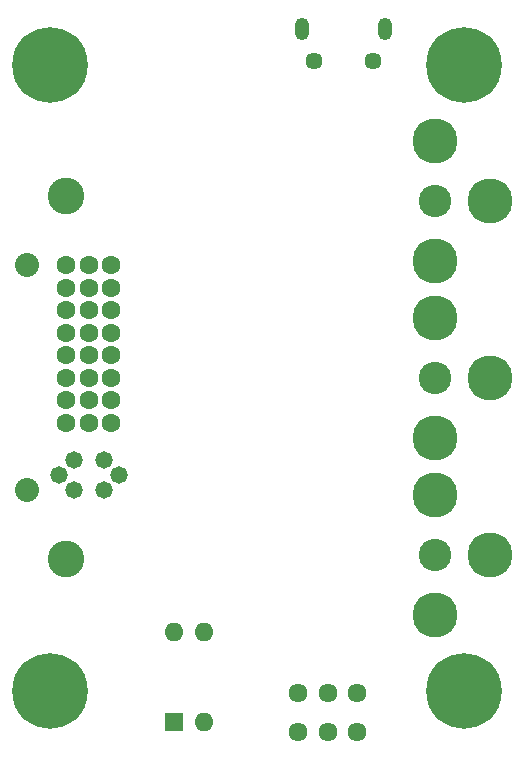
<source format=gbs>
G04 #@! TF.GenerationSoftware,KiCad,Pcbnew,(5.1.0)-1*
G04 #@! TF.CreationDate,2019-06-26T15:09:51-04:00*
G04 #@! TF.ProjectId,comp2dvi2,636f6d70-3264-4766-9932-2e6b69636164,rev?*
G04 #@! TF.SameCoordinates,PX528a7e4PY5879c7c*
G04 #@! TF.FileFunction,Soldermask,Bot*
G04 #@! TF.FilePolarity,Negative*
%FSLAX46Y46*%
G04 Gerber Fmt 4.6, Leading zero omitted, Abs format (unit mm)*
G04 Created by KiCad (PCBNEW (5.1.0)-1) date 2019-06-26 15:09:51*
%MOMM*%
%LPD*%
G04 APERTURE LIST*
%ADD10C,6.400000*%
%ADD11C,0.800000*%
%ADD12O,1.600000X1.600000*%
%ADD13R,1.600000X1.600000*%
%ADD14O,1.200000X1.900000*%
%ADD15C,1.450000*%
%ADD16C,1.611200*%
%ADD17C,2.753200*%
%ADD18C,3.819200*%
%ADD19C,1.600200*%
%ADD20C,1.473200*%
%ADD21C,2.032000*%
%ADD22C,3.098800*%
G04 APERTURE END LIST*
D10*
X-16391500Y-25674500D03*
D11*
X-13991500Y-25674500D03*
X-14694444Y-27371556D03*
X-16391500Y-28074500D03*
X-18088556Y-27371556D03*
X-18791500Y-25674500D03*
X-18088556Y-23977444D03*
X-16391500Y-23274500D03*
X-14694444Y-23977444D03*
X-14694444Y29022556D03*
X-16391500Y29725500D03*
X-18088556Y29022556D03*
X-18791500Y27325500D03*
X-18088556Y25628444D03*
X-16391500Y24925500D03*
X-14694444Y25628444D03*
X-13991500Y27325500D03*
D10*
X-16391500Y27325500D03*
X18677500Y27325500D03*
D11*
X21077500Y27325500D03*
X20374556Y25628444D03*
X18677500Y24925500D03*
X16980444Y25628444D03*
X16277500Y27325500D03*
X16980444Y29022556D03*
X18677500Y29725500D03*
X20374556Y29022556D03*
X20374556Y-23977444D03*
X18677500Y-23274500D03*
X16980444Y-23977444D03*
X16277500Y-25674500D03*
X16980444Y-27371556D03*
X18677500Y-28074500D03*
X20374556Y-27371556D03*
X21077500Y-25674500D03*
D10*
X18677500Y-25674500D03*
D12*
X-5905500Y-20662900D03*
X-3365500Y-28282900D03*
X-3365500Y-20662900D03*
D13*
X-5905500Y-28282900D03*
D14*
X4945500Y30384000D03*
X11945500Y30384000D03*
D15*
X5945500Y27684000D03*
X10945500Y27684000D03*
D16*
X4599300Y-25895500D03*
X7099300Y-25895500D03*
X9599300Y-25895500D03*
X9599300Y-29195500D03*
X7099300Y-29195500D03*
X4599300Y-29195500D03*
D17*
X16184500Y-14174500D03*
D18*
X16184500Y-19262500D03*
X16184500Y-9086500D03*
X20804500Y-14174500D03*
X20804500Y825500D03*
X16184500Y5913500D03*
X16184500Y-4262500D03*
D17*
X16184500Y825500D03*
X16184500Y15825500D03*
D18*
X16184500Y10737500D03*
X16184500Y20913500D03*
X20804500Y15825500D03*
D19*
X-11239500Y10350500D03*
X-11239500Y8445500D03*
X-11239500Y6540500D03*
X-11239500Y4635500D03*
X-11239500Y2730500D03*
X-11239500Y825500D03*
X-11239500Y-1079500D03*
X-11239500Y-2984500D03*
X-13144500Y10350500D03*
X-13144500Y8445500D03*
X-13144500Y6540500D03*
X-13144500Y4635500D03*
X-13144500Y2730500D03*
X-13144500Y825500D03*
X-13144500Y-1079500D03*
X-13144500Y-2984500D03*
X-15049500Y10350500D03*
X-15049500Y8445500D03*
X-15049500Y6540500D03*
X-15049500Y4635500D03*
X-15049500Y2730500D03*
X-15049500Y825500D03*
X-15049500Y-1079500D03*
X-15049500Y-2984500D03*
D20*
X-11874500Y-6159500D03*
X-11874500Y-8699500D03*
X-14414500Y-6159500D03*
X-14414500Y-8699500D03*
X-15684500Y-7429500D03*
X-10604500Y-7429500D03*
D21*
X-18351500Y10350500D03*
X-18351500Y-8699500D03*
D22*
X-15049500Y16192500D03*
X-15049500Y-14541500D03*
M02*

</source>
